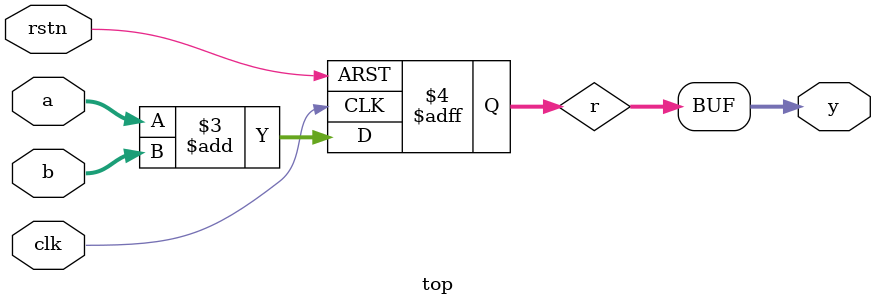
<source format=v>
module top(input clk, input rstn, input [7:0] a, b, output [7:0] y);
  reg [7:0] r;
  always @(posedge clk or negedge rstn) begin
    if(!rstn) r <= 0; else r <= a + b;
  end
  assign y = r;
endmodule

</source>
